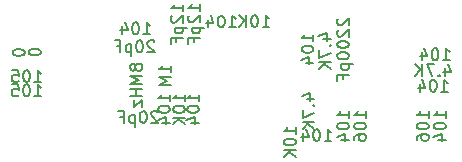
<source format=gbr>
G04 #@! TF.FileFunction,Legend,Bot*
%FSLAX46Y46*%
G04 Gerber Fmt 4.6, Leading zero omitted, Abs format (unit mm)*
G04 Created by KiCad (PCBNEW 4.0.2-stable) date 2016年10月18日 星期二 03:38:32*
%MOMM*%
G01*
G04 APERTURE LIST*
%ADD10C,0.100000*%
%ADD11C,0.150000*%
G04 APERTURE END LIST*
D10*
D11*
X181402181Y-98259534D02*
X181402181Y-97688105D01*
X181402181Y-97973819D02*
X180402181Y-97973819D01*
X180545038Y-97878581D01*
X180640276Y-97783343D01*
X180687895Y-97688105D01*
X180402181Y-98878581D02*
X180402181Y-98973820D01*
X180449800Y-99069058D01*
X180497419Y-99116677D01*
X180592657Y-99164296D01*
X180783133Y-99211915D01*
X181021229Y-99211915D01*
X181211705Y-99164296D01*
X181306943Y-99116677D01*
X181354562Y-99069058D01*
X181402181Y-98973820D01*
X181402181Y-98878581D01*
X181354562Y-98783343D01*
X181306943Y-98735724D01*
X181211705Y-98688105D01*
X181021229Y-98640486D01*
X180783133Y-98640486D01*
X180592657Y-98688105D01*
X180497419Y-98735724D01*
X180449800Y-98783343D01*
X180402181Y-98878581D01*
X180402181Y-100069058D02*
X180402181Y-99878581D01*
X180449800Y-99783343D01*
X180497419Y-99735724D01*
X180640276Y-99640486D01*
X180830752Y-99592867D01*
X181211705Y-99592867D01*
X181306943Y-99640486D01*
X181354562Y-99688105D01*
X181402181Y-99783343D01*
X181402181Y-99973820D01*
X181354562Y-100069058D01*
X181306943Y-100116677D01*
X181211705Y-100164296D01*
X180973610Y-100164296D01*
X180878371Y-100116677D01*
X180830752Y-100069058D01*
X180783133Y-99973820D01*
X180783133Y-99783343D01*
X180830752Y-99688105D01*
X180878371Y-99640486D01*
X180973610Y-99592867D01*
X182852381Y-98258334D02*
X182852381Y-97686905D01*
X182852381Y-97972619D02*
X181852381Y-97972619D01*
X181995238Y-97877381D01*
X182090476Y-97782143D01*
X182138095Y-97686905D01*
X181852381Y-98877381D02*
X181852381Y-98972620D01*
X181900000Y-99067858D01*
X181947619Y-99115477D01*
X182042857Y-99163096D01*
X182233333Y-99210715D01*
X182471429Y-99210715D01*
X182661905Y-99163096D01*
X182757143Y-99115477D01*
X182804762Y-99067858D01*
X182852381Y-98972620D01*
X182852381Y-98877381D01*
X182804762Y-98782143D01*
X182757143Y-98734524D01*
X182661905Y-98686905D01*
X182471429Y-98639286D01*
X182233333Y-98639286D01*
X182042857Y-98686905D01*
X181947619Y-98734524D01*
X181900000Y-98782143D01*
X181852381Y-98877381D01*
X182185714Y-100067858D02*
X182852381Y-100067858D01*
X181804762Y-99829762D02*
X182519048Y-99591667D01*
X182519048Y-100210715D01*
X174652381Y-98258334D02*
X174652381Y-97686905D01*
X174652381Y-97972619D02*
X173652381Y-97972619D01*
X173795238Y-97877381D01*
X173890476Y-97782143D01*
X173938095Y-97686905D01*
X173652381Y-98877381D02*
X173652381Y-98972620D01*
X173700000Y-99067858D01*
X173747619Y-99115477D01*
X173842857Y-99163096D01*
X174033333Y-99210715D01*
X174271429Y-99210715D01*
X174461905Y-99163096D01*
X174557143Y-99115477D01*
X174604762Y-99067858D01*
X174652381Y-98972620D01*
X174652381Y-98877381D01*
X174604762Y-98782143D01*
X174557143Y-98734524D01*
X174461905Y-98686905D01*
X174271429Y-98639286D01*
X174033333Y-98639286D01*
X173842857Y-98686905D01*
X173747619Y-98734524D01*
X173700000Y-98782143D01*
X173652381Y-98877381D01*
X173985714Y-100067858D02*
X174652381Y-100067858D01*
X173604762Y-99829762D02*
X174319048Y-99591667D01*
X174319048Y-100210715D01*
X176102381Y-98258334D02*
X176102381Y-97686905D01*
X176102381Y-97972619D02*
X175102381Y-97972619D01*
X175245238Y-97877381D01*
X175340476Y-97782143D01*
X175388095Y-97686905D01*
X175102381Y-98877381D02*
X175102381Y-98972620D01*
X175150000Y-99067858D01*
X175197619Y-99115477D01*
X175292857Y-99163096D01*
X175483333Y-99210715D01*
X175721429Y-99210715D01*
X175911905Y-99163096D01*
X176007143Y-99115477D01*
X176054762Y-99067858D01*
X176102381Y-98972620D01*
X176102381Y-98877381D01*
X176054762Y-98782143D01*
X176007143Y-98734524D01*
X175911905Y-98686905D01*
X175721429Y-98639286D01*
X175483333Y-98639286D01*
X175292857Y-98686905D01*
X175197619Y-98734524D01*
X175150000Y-98782143D01*
X175102381Y-98877381D01*
X175102381Y-100067858D02*
X175102381Y-99877381D01*
X175150000Y-99782143D01*
X175197619Y-99734524D01*
X175340476Y-99639286D01*
X175530952Y-99591667D01*
X175911905Y-99591667D01*
X176007143Y-99639286D01*
X176054762Y-99686905D01*
X176102381Y-99782143D01*
X176102381Y-99972620D01*
X176054762Y-100067858D01*
X176007143Y-100115477D01*
X175911905Y-100163096D01*
X175673810Y-100163096D01*
X175578571Y-100115477D01*
X175530952Y-100067858D01*
X175483333Y-99972620D01*
X175483333Y-99782143D01*
X175530952Y-99686905D01*
X175578571Y-99639286D01*
X175673810Y-99591667D01*
X171648381Y-91750534D02*
X171648381Y-91179105D01*
X171648381Y-91464819D02*
X170648381Y-91464819D01*
X170791238Y-91369581D01*
X170886476Y-91274343D01*
X170934095Y-91179105D01*
X170648381Y-92369581D02*
X170648381Y-92464820D01*
X170696000Y-92560058D01*
X170743619Y-92607677D01*
X170838857Y-92655296D01*
X171029333Y-92702915D01*
X171267429Y-92702915D01*
X171457905Y-92655296D01*
X171553143Y-92607677D01*
X171600762Y-92560058D01*
X171648381Y-92464820D01*
X171648381Y-92369581D01*
X171600762Y-92274343D01*
X171553143Y-92226724D01*
X171457905Y-92179105D01*
X171267429Y-92131486D01*
X171029333Y-92131486D01*
X170838857Y-92179105D01*
X170743619Y-92226724D01*
X170696000Y-92274343D01*
X170648381Y-92369581D01*
X170981714Y-93560058D02*
X171648381Y-93560058D01*
X170600762Y-93321962D02*
X171315048Y-93083867D01*
X171315048Y-93702915D01*
X158167857Y-91772619D02*
X158120238Y-91725000D01*
X158025000Y-91677381D01*
X157786904Y-91677381D01*
X157691666Y-91725000D01*
X157644047Y-91772619D01*
X157596428Y-91867857D01*
X157596428Y-91963095D01*
X157644047Y-92105952D01*
X158215476Y-92677381D01*
X157596428Y-92677381D01*
X156977381Y-91677381D02*
X156882142Y-91677381D01*
X156786904Y-91725000D01*
X156739285Y-91772619D01*
X156691666Y-91867857D01*
X156644047Y-92058333D01*
X156644047Y-92296429D01*
X156691666Y-92486905D01*
X156739285Y-92582143D01*
X156786904Y-92629762D01*
X156882142Y-92677381D01*
X156977381Y-92677381D01*
X157072619Y-92629762D01*
X157120238Y-92582143D01*
X157167857Y-92486905D01*
X157215476Y-92296429D01*
X157215476Y-92058333D01*
X157167857Y-91867857D01*
X157120238Y-91772619D01*
X157072619Y-91725000D01*
X156977381Y-91677381D01*
X156215476Y-92010714D02*
X156215476Y-93010714D01*
X156215476Y-92058333D02*
X156120238Y-92010714D01*
X155929761Y-92010714D01*
X155834523Y-92058333D01*
X155786904Y-92105952D01*
X155739285Y-92201190D01*
X155739285Y-92486905D01*
X155786904Y-92582143D01*
X155834523Y-92629762D01*
X155929761Y-92677381D01*
X156120238Y-92677381D01*
X156215476Y-92629762D01*
X154977380Y-92153571D02*
X155310714Y-92153571D01*
X155310714Y-92677381D02*
X155310714Y-91677381D01*
X154834523Y-91677381D01*
X158474457Y-97744019D02*
X158426838Y-97696400D01*
X158331600Y-97648781D01*
X158093504Y-97648781D01*
X157998266Y-97696400D01*
X157950647Y-97744019D01*
X157903028Y-97839257D01*
X157903028Y-97934495D01*
X157950647Y-98077352D01*
X158522076Y-98648781D01*
X157903028Y-98648781D01*
X157283981Y-97648781D02*
X157188742Y-97648781D01*
X157093504Y-97696400D01*
X157045885Y-97744019D01*
X156998266Y-97839257D01*
X156950647Y-98029733D01*
X156950647Y-98267829D01*
X156998266Y-98458305D01*
X157045885Y-98553543D01*
X157093504Y-98601162D01*
X157188742Y-98648781D01*
X157283981Y-98648781D01*
X157379219Y-98601162D01*
X157426838Y-98553543D01*
X157474457Y-98458305D01*
X157522076Y-98267829D01*
X157522076Y-98029733D01*
X157474457Y-97839257D01*
X157426838Y-97744019D01*
X157379219Y-97696400D01*
X157283981Y-97648781D01*
X156522076Y-97982114D02*
X156522076Y-98982114D01*
X156522076Y-98029733D02*
X156426838Y-97982114D01*
X156236361Y-97982114D01*
X156141123Y-98029733D01*
X156093504Y-98077352D01*
X156045885Y-98172590D01*
X156045885Y-98458305D01*
X156093504Y-98553543D01*
X156141123Y-98601162D01*
X156236361Y-98648781D01*
X156426838Y-98648781D01*
X156522076Y-98601162D01*
X155283980Y-98124971D02*
X155617314Y-98124971D01*
X155617314Y-98648781D02*
X155617314Y-97648781D01*
X155141123Y-97648781D01*
X161945581Y-96830534D02*
X161945581Y-96259105D01*
X161945581Y-96544819D02*
X160945581Y-96544819D01*
X161088438Y-96449581D01*
X161183676Y-96354343D01*
X161231295Y-96259105D01*
X160945581Y-97449581D02*
X160945581Y-97544820D01*
X160993200Y-97640058D01*
X161040819Y-97687677D01*
X161136057Y-97735296D01*
X161326533Y-97782915D01*
X161564629Y-97782915D01*
X161755105Y-97735296D01*
X161850343Y-97687677D01*
X161897962Y-97640058D01*
X161945581Y-97544820D01*
X161945581Y-97449581D01*
X161897962Y-97354343D01*
X161850343Y-97306724D01*
X161755105Y-97259105D01*
X161564629Y-97211486D01*
X161326533Y-97211486D01*
X161136057Y-97259105D01*
X161040819Y-97306724D01*
X160993200Y-97354343D01*
X160945581Y-97449581D01*
X161278914Y-98640058D02*
X161945581Y-98640058D01*
X160897962Y-98401962D02*
X161612248Y-98163867D01*
X161612248Y-98782915D01*
X162044581Y-89197172D02*
X162044581Y-88625743D01*
X162044581Y-88911457D02*
X161044581Y-88911457D01*
X161187438Y-88816219D01*
X161282676Y-88720981D01*
X161330295Y-88625743D01*
X161139819Y-89578124D02*
X161092200Y-89625743D01*
X161044581Y-89720981D01*
X161044581Y-89959077D01*
X161092200Y-90054315D01*
X161139819Y-90101934D01*
X161235057Y-90149553D01*
X161330295Y-90149553D01*
X161473152Y-90101934D01*
X162044581Y-89530505D01*
X162044581Y-90149553D01*
X161377914Y-90578124D02*
X162377914Y-90578124D01*
X161425533Y-90578124D02*
X161377914Y-90673362D01*
X161377914Y-90863839D01*
X161425533Y-90959077D01*
X161473152Y-91006696D01*
X161568390Y-91054315D01*
X161854105Y-91054315D01*
X161949343Y-91006696D01*
X161996962Y-90959077D01*
X162044581Y-90863839D01*
X162044581Y-90673362D01*
X161996962Y-90578124D01*
X161520771Y-91816220D02*
X161520771Y-91482886D01*
X162044581Y-91482886D02*
X161044581Y-91482886D01*
X161044581Y-91959077D01*
X159507181Y-96830534D02*
X159507181Y-96259105D01*
X159507181Y-96544819D02*
X158507181Y-96544819D01*
X158650038Y-96449581D01*
X158745276Y-96354343D01*
X158792895Y-96259105D01*
X158507181Y-97449581D02*
X158507181Y-97544820D01*
X158554800Y-97640058D01*
X158602419Y-97687677D01*
X158697657Y-97735296D01*
X158888133Y-97782915D01*
X159126229Y-97782915D01*
X159316705Y-97735296D01*
X159411943Y-97687677D01*
X159459562Y-97640058D01*
X159507181Y-97544820D01*
X159507181Y-97449581D01*
X159459562Y-97354343D01*
X159411943Y-97306724D01*
X159316705Y-97259105D01*
X159126229Y-97211486D01*
X158888133Y-97211486D01*
X158697657Y-97259105D01*
X158602419Y-97306724D01*
X158554800Y-97354343D01*
X158507181Y-97449581D01*
X158840514Y-98640058D02*
X159507181Y-98640058D01*
X158459562Y-98401962D02*
X159173848Y-98163867D01*
X159173848Y-98782915D01*
X164508666Y-90571581D02*
X165080095Y-90571581D01*
X164794381Y-90571581D02*
X164794381Y-89571581D01*
X164889619Y-89714438D01*
X164984857Y-89809676D01*
X165080095Y-89857295D01*
X163889619Y-89571581D02*
X163794380Y-89571581D01*
X163699142Y-89619200D01*
X163651523Y-89666819D01*
X163603904Y-89762057D01*
X163556285Y-89952533D01*
X163556285Y-90190629D01*
X163603904Y-90381105D01*
X163651523Y-90476343D01*
X163699142Y-90523962D01*
X163794380Y-90571581D01*
X163889619Y-90571581D01*
X163984857Y-90523962D01*
X164032476Y-90476343D01*
X164080095Y-90381105D01*
X164127714Y-90190629D01*
X164127714Y-89952533D01*
X164080095Y-89762057D01*
X164032476Y-89666819D01*
X163984857Y-89619200D01*
X163889619Y-89571581D01*
X162699142Y-89904914D02*
X162699142Y-90571581D01*
X162937238Y-89523962D02*
X163175333Y-90238248D01*
X162556285Y-90238248D01*
X160578181Y-89203572D02*
X160578181Y-88632143D01*
X160578181Y-88917857D02*
X159578181Y-88917857D01*
X159721038Y-88822619D01*
X159816276Y-88727381D01*
X159863895Y-88632143D01*
X159673419Y-89584524D02*
X159625800Y-89632143D01*
X159578181Y-89727381D01*
X159578181Y-89965477D01*
X159625800Y-90060715D01*
X159673419Y-90108334D01*
X159768657Y-90155953D01*
X159863895Y-90155953D01*
X160006752Y-90108334D01*
X160578181Y-89536905D01*
X160578181Y-90155953D01*
X159911514Y-90584524D02*
X160911514Y-90584524D01*
X159959133Y-90584524D02*
X159911514Y-90679762D01*
X159911514Y-90870239D01*
X159959133Y-90965477D01*
X160006752Y-91013096D01*
X160101990Y-91060715D01*
X160387705Y-91060715D01*
X160482943Y-91013096D01*
X160530562Y-90965477D01*
X160578181Y-90870239D01*
X160578181Y-90679762D01*
X160530562Y-90584524D01*
X160054371Y-91822620D02*
X160054371Y-91489286D01*
X160578181Y-91489286D02*
X159578181Y-91489286D01*
X159578181Y-91965477D01*
X172591666Y-100177381D02*
X173163095Y-100177381D01*
X172877381Y-100177381D02*
X172877381Y-99177381D01*
X172972619Y-99320238D01*
X173067857Y-99415476D01*
X173163095Y-99463095D01*
X171972619Y-99177381D02*
X171877380Y-99177381D01*
X171782142Y-99225000D01*
X171734523Y-99272619D01*
X171686904Y-99367857D01*
X171639285Y-99558333D01*
X171639285Y-99796429D01*
X171686904Y-99986905D01*
X171734523Y-100082143D01*
X171782142Y-100129762D01*
X171877380Y-100177381D01*
X171972619Y-100177381D01*
X172067857Y-100129762D01*
X172115476Y-100082143D01*
X172163095Y-99986905D01*
X172210714Y-99796429D01*
X172210714Y-99558333D01*
X172163095Y-99367857D01*
X172115476Y-99272619D01*
X172067857Y-99225000D01*
X171972619Y-99177381D01*
X170782142Y-99510714D02*
X170782142Y-100177381D01*
X171020238Y-99129762D02*
X171258333Y-99844048D01*
X170639285Y-99844048D01*
X157241666Y-91152381D02*
X157813095Y-91152381D01*
X157527381Y-91152381D02*
X157527381Y-90152381D01*
X157622619Y-90295238D01*
X157717857Y-90390476D01*
X157813095Y-90438095D01*
X156622619Y-90152381D02*
X156527380Y-90152381D01*
X156432142Y-90200000D01*
X156384523Y-90247619D01*
X156336904Y-90342857D01*
X156289285Y-90533333D01*
X156289285Y-90771429D01*
X156336904Y-90961905D01*
X156384523Y-91057143D01*
X156432142Y-91104762D01*
X156527380Y-91152381D01*
X156622619Y-91152381D01*
X156717857Y-91104762D01*
X156765476Y-91057143D01*
X156813095Y-90961905D01*
X156860714Y-90771429D01*
X156860714Y-90533333D01*
X156813095Y-90342857D01*
X156765476Y-90247619D01*
X156717857Y-90200000D01*
X156622619Y-90152381D01*
X155432142Y-90485714D02*
X155432142Y-91152381D01*
X155670238Y-90104762D02*
X155908333Y-90819048D01*
X155289285Y-90819048D01*
X148025856Y-95186639D02*
X148597285Y-95186639D01*
X148311571Y-95186639D02*
X148311571Y-94186639D01*
X148406809Y-94329496D01*
X148502047Y-94424734D01*
X148597285Y-94472353D01*
X147406809Y-94186639D02*
X147311570Y-94186639D01*
X147216332Y-94234258D01*
X147168713Y-94281877D01*
X147121094Y-94377115D01*
X147073475Y-94567591D01*
X147073475Y-94805687D01*
X147121094Y-94996163D01*
X147168713Y-95091401D01*
X147216332Y-95139020D01*
X147311570Y-95186639D01*
X147406809Y-95186639D01*
X147502047Y-95139020D01*
X147549666Y-95091401D01*
X147597285Y-94996163D01*
X147644904Y-94805687D01*
X147644904Y-94567591D01*
X147597285Y-94377115D01*
X147549666Y-94281877D01*
X147502047Y-94234258D01*
X147406809Y-94186639D01*
X146168713Y-94186639D02*
X146644904Y-94186639D01*
X146692523Y-94662829D01*
X146644904Y-94615210D01*
X146549666Y-94567591D01*
X146311570Y-94567591D01*
X146216332Y-94615210D01*
X146168713Y-94662829D01*
X146121094Y-94758068D01*
X146121094Y-94996163D01*
X146168713Y-95091401D01*
X146216332Y-95139020D01*
X146311570Y-95186639D01*
X146549666Y-95186639D01*
X146644904Y-95139020D01*
X146692523Y-95091401D01*
X148025856Y-96386639D02*
X148597285Y-96386639D01*
X148311571Y-96386639D02*
X148311571Y-95386639D01*
X148406809Y-95529496D01*
X148502047Y-95624734D01*
X148597285Y-95672353D01*
X147406809Y-95386639D02*
X147311570Y-95386639D01*
X147216332Y-95434258D01*
X147168713Y-95481877D01*
X147121094Y-95577115D01*
X147073475Y-95767591D01*
X147073475Y-96005687D01*
X147121094Y-96196163D01*
X147168713Y-96291401D01*
X147216332Y-96339020D01*
X147311570Y-96386639D01*
X147406809Y-96386639D01*
X147502047Y-96339020D01*
X147549666Y-96291401D01*
X147597285Y-96196163D01*
X147644904Y-96005687D01*
X147644904Y-95767591D01*
X147597285Y-95577115D01*
X147549666Y-95481877D01*
X147502047Y-95434258D01*
X147406809Y-95386639D01*
X146168713Y-95386639D02*
X146644904Y-95386639D01*
X146692523Y-95862829D01*
X146644904Y-95815210D01*
X146549666Y-95767591D01*
X146311570Y-95767591D01*
X146216332Y-95815210D01*
X146168713Y-95862829D01*
X146121094Y-95958068D01*
X146121094Y-96196163D01*
X146168713Y-96291401D01*
X146216332Y-96339020D01*
X146311570Y-96386639D01*
X146549666Y-96386639D01*
X146644904Y-96339020D01*
X146692523Y-96291401D01*
X182455666Y-95995781D02*
X183027095Y-95995781D01*
X182741381Y-95995781D02*
X182741381Y-94995781D01*
X182836619Y-95138638D01*
X182931857Y-95233876D01*
X183027095Y-95281495D01*
X181836619Y-94995781D02*
X181741380Y-94995781D01*
X181646142Y-95043400D01*
X181598523Y-95091019D01*
X181550904Y-95186257D01*
X181503285Y-95376733D01*
X181503285Y-95614829D01*
X181550904Y-95805305D01*
X181598523Y-95900543D01*
X181646142Y-95948162D01*
X181741380Y-95995781D01*
X181836619Y-95995781D01*
X181931857Y-95948162D01*
X181979476Y-95900543D01*
X182027095Y-95805305D01*
X182074714Y-95614829D01*
X182074714Y-95376733D01*
X182027095Y-95186257D01*
X181979476Y-95091019D01*
X181931857Y-95043400D01*
X181836619Y-94995781D01*
X180646142Y-95329114D02*
X180646142Y-95995781D01*
X180884238Y-94948162D02*
X181122333Y-95662448D01*
X180503285Y-95662448D01*
X173751019Y-89831362D02*
X173703400Y-89878981D01*
X173655781Y-89974219D01*
X173655781Y-90212315D01*
X173703400Y-90307553D01*
X173751019Y-90355172D01*
X173846257Y-90402791D01*
X173941495Y-90402791D01*
X174084352Y-90355172D01*
X174655781Y-89783743D01*
X174655781Y-90402791D01*
X173751019Y-90783743D02*
X173703400Y-90831362D01*
X173655781Y-90926600D01*
X173655781Y-91164696D01*
X173703400Y-91259934D01*
X173751019Y-91307553D01*
X173846257Y-91355172D01*
X173941495Y-91355172D01*
X174084352Y-91307553D01*
X174655781Y-90736124D01*
X174655781Y-91355172D01*
X173655781Y-91974219D02*
X173655781Y-92069458D01*
X173703400Y-92164696D01*
X173751019Y-92212315D01*
X173846257Y-92259934D01*
X174036733Y-92307553D01*
X174274829Y-92307553D01*
X174465305Y-92259934D01*
X174560543Y-92212315D01*
X174608162Y-92164696D01*
X174655781Y-92069458D01*
X174655781Y-91974219D01*
X174608162Y-91878981D01*
X174560543Y-91831362D01*
X174465305Y-91783743D01*
X174274829Y-91736124D01*
X174036733Y-91736124D01*
X173846257Y-91783743D01*
X173751019Y-91831362D01*
X173703400Y-91878981D01*
X173655781Y-91974219D01*
X173655781Y-92926600D02*
X173655781Y-93021839D01*
X173703400Y-93117077D01*
X173751019Y-93164696D01*
X173846257Y-93212315D01*
X174036733Y-93259934D01*
X174274829Y-93259934D01*
X174465305Y-93212315D01*
X174560543Y-93164696D01*
X174608162Y-93117077D01*
X174655781Y-93021839D01*
X174655781Y-92926600D01*
X174608162Y-92831362D01*
X174560543Y-92783743D01*
X174465305Y-92736124D01*
X174274829Y-92688505D01*
X174036733Y-92688505D01*
X173846257Y-92736124D01*
X173751019Y-92783743D01*
X173703400Y-92831362D01*
X173655781Y-92926600D01*
X173989114Y-93688505D02*
X174989114Y-93688505D01*
X174036733Y-93688505D02*
X173989114Y-93783743D01*
X173989114Y-93974220D01*
X174036733Y-94069458D01*
X174084352Y-94117077D01*
X174179590Y-94164696D01*
X174465305Y-94164696D01*
X174560543Y-94117077D01*
X174608162Y-94069458D01*
X174655781Y-93974220D01*
X174655781Y-93783743D01*
X174608162Y-93688505D01*
X174131971Y-94926601D02*
X174131971Y-94593267D01*
X174655781Y-94593267D02*
X173655781Y-94593267D01*
X173655781Y-95069458D01*
X182616666Y-93347381D02*
X183188095Y-93347381D01*
X182902381Y-93347381D02*
X182902381Y-92347381D01*
X182997619Y-92490238D01*
X183092857Y-92585476D01*
X183188095Y-92633095D01*
X181997619Y-92347381D02*
X181902380Y-92347381D01*
X181807142Y-92395000D01*
X181759523Y-92442619D01*
X181711904Y-92537857D01*
X181664285Y-92728333D01*
X181664285Y-92966429D01*
X181711904Y-93156905D01*
X181759523Y-93252143D01*
X181807142Y-93299762D01*
X181902380Y-93347381D01*
X181997619Y-93347381D01*
X182092857Y-93299762D01*
X182140476Y-93252143D01*
X182188095Y-93156905D01*
X182235714Y-92966429D01*
X182235714Y-92728333D01*
X182188095Y-92537857D01*
X182140476Y-92442619D01*
X182092857Y-92395000D01*
X181997619Y-92347381D01*
X180807142Y-92680714D02*
X180807142Y-93347381D01*
X181045238Y-92299762D02*
X181283333Y-93014048D01*
X180664285Y-93014048D01*
X170152381Y-99609524D02*
X170152381Y-99038095D01*
X170152381Y-99323809D02*
X169152381Y-99323809D01*
X169295238Y-99228571D01*
X169390476Y-99133333D01*
X169438095Y-99038095D01*
X169152381Y-100228571D02*
X169152381Y-100323810D01*
X169200000Y-100419048D01*
X169247619Y-100466667D01*
X169342857Y-100514286D01*
X169533333Y-100561905D01*
X169771429Y-100561905D01*
X169961905Y-100514286D01*
X170057143Y-100466667D01*
X170104762Y-100419048D01*
X170152381Y-100323810D01*
X170152381Y-100228571D01*
X170104762Y-100133333D01*
X170057143Y-100085714D01*
X169961905Y-100038095D01*
X169771429Y-99990476D01*
X169533333Y-99990476D01*
X169342857Y-100038095D01*
X169247619Y-100085714D01*
X169200000Y-100133333D01*
X169152381Y-100228571D01*
X170152381Y-100990476D02*
X169152381Y-100990476D01*
X170152381Y-101561905D02*
X169580952Y-101133333D01*
X169152381Y-101561905D02*
X169723810Y-100990476D01*
X167340476Y-90527381D02*
X167911905Y-90527381D01*
X167626191Y-90527381D02*
X167626191Y-89527381D01*
X167721429Y-89670238D01*
X167816667Y-89765476D01*
X167911905Y-89813095D01*
X166721429Y-89527381D02*
X166626190Y-89527381D01*
X166530952Y-89575000D01*
X166483333Y-89622619D01*
X166435714Y-89717857D01*
X166388095Y-89908333D01*
X166388095Y-90146429D01*
X166435714Y-90336905D01*
X166483333Y-90432143D01*
X166530952Y-90479762D01*
X166626190Y-90527381D01*
X166721429Y-90527381D01*
X166816667Y-90479762D01*
X166864286Y-90432143D01*
X166911905Y-90336905D01*
X166959524Y-90146429D01*
X166959524Y-89908333D01*
X166911905Y-89717857D01*
X166864286Y-89622619D01*
X166816667Y-89575000D01*
X166721429Y-89527381D01*
X165959524Y-90527381D02*
X165959524Y-89527381D01*
X165388095Y-90527381D02*
X165816667Y-89955952D01*
X165388095Y-89527381D02*
X165959524Y-90098810D01*
X159557981Y-94366686D02*
X159557981Y-93795257D01*
X159557981Y-94080971D02*
X158557981Y-94080971D01*
X158700838Y-93985733D01*
X158796076Y-93890495D01*
X158843695Y-93795257D01*
X159557981Y-94795257D02*
X158557981Y-94795257D01*
X159272267Y-95128591D01*
X158557981Y-95461924D01*
X159557981Y-95461924D01*
X160777181Y-96833524D02*
X160777181Y-96262095D01*
X160777181Y-96547809D02*
X159777181Y-96547809D01*
X159920038Y-96452571D01*
X160015276Y-96357333D01*
X160062895Y-96262095D01*
X159777181Y-97452571D02*
X159777181Y-97547810D01*
X159824800Y-97643048D01*
X159872419Y-97690667D01*
X159967657Y-97738286D01*
X160158133Y-97785905D01*
X160396229Y-97785905D01*
X160586705Y-97738286D01*
X160681943Y-97690667D01*
X160729562Y-97643048D01*
X160777181Y-97547810D01*
X160777181Y-97452571D01*
X160729562Y-97357333D01*
X160681943Y-97309714D01*
X160586705Y-97262095D01*
X160396229Y-97214476D01*
X160158133Y-97214476D01*
X159967657Y-97262095D01*
X159872419Y-97309714D01*
X159824800Y-97357333D01*
X159777181Y-97452571D01*
X160777181Y-98214476D02*
X159777181Y-98214476D01*
X160777181Y-98785905D02*
X160205752Y-98357333D01*
X159777181Y-98785905D02*
X160348610Y-98214476D01*
X147549978Y-92612492D02*
X147549978Y-92707731D01*
X147597597Y-92802969D01*
X147645216Y-92850588D01*
X147740454Y-92898207D01*
X147930930Y-92945826D01*
X148169026Y-92945826D01*
X148359502Y-92898207D01*
X148454740Y-92850588D01*
X148502359Y-92802969D01*
X148549978Y-92707731D01*
X148549978Y-92612492D01*
X148502359Y-92517254D01*
X148454740Y-92469635D01*
X148359502Y-92422016D01*
X148169026Y-92374397D01*
X147930930Y-92374397D01*
X147740454Y-92422016D01*
X147645216Y-92469635D01*
X147597597Y-92517254D01*
X147549978Y-92612492D01*
X171068114Y-96634991D02*
X171734781Y-96634991D01*
X170687162Y-96396895D02*
X171401448Y-96158800D01*
X171401448Y-96777848D01*
X171639543Y-97158800D02*
X171687162Y-97206419D01*
X171734781Y-97158800D01*
X171687162Y-97111181D01*
X171639543Y-97158800D01*
X171734781Y-97158800D01*
X170734781Y-97539752D02*
X170734781Y-98206419D01*
X171734781Y-97777847D01*
X171734781Y-98587371D02*
X170734781Y-98587371D01*
X171734781Y-99158800D02*
X171163352Y-98730228D01*
X170734781Y-99158800D02*
X171306210Y-98587371D01*
X172445314Y-91551191D02*
X173111981Y-91551191D01*
X172064362Y-91313095D02*
X172778648Y-91075000D01*
X172778648Y-91694048D01*
X173016743Y-92075000D02*
X173064362Y-92122619D01*
X173111981Y-92075000D01*
X173064362Y-92027381D01*
X173016743Y-92075000D01*
X173111981Y-92075000D01*
X172111981Y-92455952D02*
X172111981Y-93122619D01*
X173111981Y-92694047D01*
X173111981Y-93503571D02*
X172111981Y-93503571D01*
X173111981Y-94075000D02*
X172540552Y-93646428D01*
X172111981Y-94075000D02*
X172683410Y-93503571D01*
X146199978Y-92637492D02*
X146199978Y-92732731D01*
X146247597Y-92827969D01*
X146295216Y-92875588D01*
X146390454Y-92923207D01*
X146580930Y-92970826D01*
X146819026Y-92970826D01*
X147009502Y-92923207D01*
X147104740Y-92875588D01*
X147152359Y-92827969D01*
X147199978Y-92732731D01*
X147199978Y-92637492D01*
X147152359Y-92542254D01*
X147104740Y-92494635D01*
X147009502Y-92447016D01*
X146819026Y-92399397D01*
X146580930Y-92399397D01*
X146390454Y-92447016D01*
X146295216Y-92494635D01*
X146247597Y-92542254D01*
X146199978Y-92637492D01*
X182801609Y-94042114D02*
X182801609Y-94708781D01*
X183039705Y-93661162D02*
X183277800Y-94375448D01*
X182658752Y-94375448D01*
X182277800Y-94613543D02*
X182230181Y-94661162D01*
X182277800Y-94708781D01*
X182325419Y-94661162D01*
X182277800Y-94613543D01*
X182277800Y-94708781D01*
X181896848Y-93708781D02*
X181230181Y-93708781D01*
X181658753Y-94708781D01*
X180849229Y-94708781D02*
X180849229Y-93708781D01*
X180277800Y-94708781D02*
X180706372Y-94137352D01*
X180277800Y-93708781D02*
X180849229Y-94280210D01*
X156573752Y-93842362D02*
X156526133Y-93747124D01*
X156478514Y-93699505D01*
X156383276Y-93651886D01*
X156335657Y-93651886D01*
X156240419Y-93699505D01*
X156192800Y-93747124D01*
X156145181Y-93842362D01*
X156145181Y-94032839D01*
X156192800Y-94128077D01*
X156240419Y-94175696D01*
X156335657Y-94223315D01*
X156383276Y-94223315D01*
X156478514Y-94175696D01*
X156526133Y-94128077D01*
X156573752Y-94032839D01*
X156573752Y-93842362D01*
X156621371Y-93747124D01*
X156668990Y-93699505D01*
X156764229Y-93651886D01*
X156954705Y-93651886D01*
X157049943Y-93699505D01*
X157097562Y-93747124D01*
X157145181Y-93842362D01*
X157145181Y-94032839D01*
X157097562Y-94128077D01*
X157049943Y-94175696D01*
X156954705Y-94223315D01*
X156764229Y-94223315D01*
X156668990Y-94175696D01*
X156621371Y-94128077D01*
X156573752Y-94032839D01*
X157145181Y-94651886D02*
X156145181Y-94651886D01*
X156859467Y-94985220D01*
X156145181Y-95318553D01*
X157145181Y-95318553D01*
X157145181Y-95794743D02*
X156145181Y-95794743D01*
X156621371Y-95794743D02*
X156621371Y-96366172D01*
X157145181Y-96366172D02*
X156145181Y-96366172D01*
X156478514Y-96747124D02*
X156478514Y-97270934D01*
X157145181Y-96747124D01*
X157145181Y-97270934D01*
M02*

</source>
